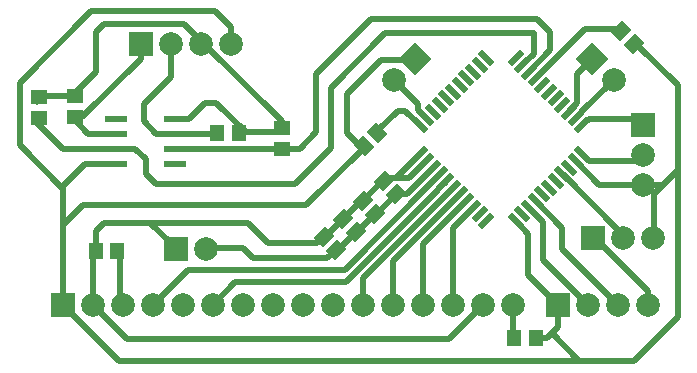
<source format=gbr>
G04 Layer_Physical_Order=1*
G04 Layer_Color=255*
%FSLAX45Y45*%
%MOMM*%
%TF.FileFunction,Copper,L1,Top,Signal*%
%TF.Part,Single*%
G01*
G75*
%TA.AperFunction,SMDPad,CuDef*%
%ADD10R,1.20000X1.40000*%
%ADD11R,1.40000X1.20000*%
G04:AMPARAMS|DCode=12|XSize=1.4mm|YSize=1.1mm|CornerRadius=0mm|HoleSize=0mm|Usage=FLASHONLY|Rotation=315.000|XOffset=0mm|YOffset=0mm|HoleType=Round|Shape=Rectangle|*
%AMROTATEDRECTD12*
4,1,4,-0.88388,0.10607,-0.10607,0.88388,0.88388,-0.10607,0.10607,-0.88388,-0.88388,0.10607,0.0*
%
%ADD12ROTATEDRECTD12*%

G04:AMPARAMS|DCode=13|XSize=1.4mm|YSize=1.1mm|CornerRadius=0mm|HoleSize=0mm|Usage=FLASHONLY|Rotation=45.000|XOffset=0mm|YOffset=0mm|HoleType=Round|Shape=Rectangle|*
%AMROTATEDRECTD13*
4,1,4,-0.10607,-0.88388,-0.88388,-0.10607,0.10607,0.88388,0.88388,0.10607,-0.10607,-0.88388,0.0*
%
%ADD13ROTATEDRECTD13*%

G04:AMPARAMS|DCode=14|XSize=1.55mm|YSize=0.55mm|CornerRadius=0mm|HoleSize=0mm|Usage=FLASHONLY|Rotation=225.000|XOffset=0mm|YOffset=0mm|HoleType=Round|Shape=Rectangle|*
%AMROTATEDRECTD14*
4,1,4,0.35355,0.74246,0.74246,0.35355,-0.35355,-0.74246,-0.74246,-0.35355,0.35355,0.74246,0.0*
%
%ADD14ROTATEDRECTD14*%

G04:AMPARAMS|DCode=15|XSize=1.55mm|YSize=0.55mm|CornerRadius=0mm|HoleSize=0mm|Usage=FLASHONLY|Rotation=135.000|XOffset=0mm|YOffset=0mm|HoleType=Round|Shape=Rectangle|*
%AMROTATEDRECTD15*
4,1,4,0.74246,-0.35355,0.35355,-0.74246,-0.74246,0.35355,-0.35355,0.74246,0.74246,-0.35355,0.0*
%
%ADD15ROTATEDRECTD15*%

%ADD16R,1.98120X0.55880*%
%TA.AperFunction,ConnectorPad*%
G04:AMPARAMS|DCode=17|XSize=1.4mm|YSize=1.1mm|CornerRadius=0mm|HoleSize=0mm|Usage=FLASHONLY|Rotation=45.000|XOffset=0mm|YOffset=0mm|HoleType=Round|Shape=Rectangle|*
%AMROTATEDRECTD17*
4,1,4,-0.10607,-0.88388,-0.88388,-0.10607,0.10607,0.88388,0.88388,0.10607,-0.10607,-0.88388,0.0*
%
%ADD17ROTATEDRECTD17*%

%TA.AperFunction,Conductor*%
%ADD18C,0.50800*%
%TA.AperFunction,ComponentPad*%
%ADD19C,2.00000*%
%ADD20R,2.00000X2.00000*%
%ADD21P,2.82843X4X270.0*%
%ADD22R,2.00000X2.00000*%
%ADD23P,2.82843X4X360.0*%
D10*
X4435002Y330000D02*
D03*
X4254998D02*
D03*
X1739998Y2065000D02*
D03*
X1920002D02*
D03*
X890102Y1066800D02*
D03*
X710098D02*
D03*
D11*
X225000Y2192503D02*
D03*
Y2372502D02*
D03*
X533400Y2195998D02*
D03*
Y2376002D02*
D03*
X2286000Y1929303D02*
D03*
Y2109302D02*
D03*
D12*
X2982265Y1953565D02*
D03*
X3088335Y2059635D02*
D03*
D13*
X2910535Y1229670D02*
D03*
X2804470Y1335735D02*
D03*
X2745435Y1077265D02*
D03*
X2639365Y1183335D02*
D03*
X3253435Y1547165D02*
D03*
X3147365Y1653235D02*
D03*
X3075635Y1382065D02*
D03*
X2969570Y1488135D02*
D03*
D14*
X4016456Y1317173D02*
D03*
X3959885Y1373739D02*
D03*
X3903320Y1430310D02*
D03*
X3846749Y1486875D02*
D03*
X3790183Y1543446D02*
D03*
X3733612Y1600012D02*
D03*
X3677046Y1656583D02*
D03*
X3620475Y1713149D02*
D03*
X3563910Y1769720D02*
D03*
X3507339Y1826285D02*
D03*
X3450773Y1882856D02*
D03*
X4263944Y2696027D02*
D03*
X4320515Y2639461D02*
D03*
X4377080Y2582890D02*
D03*
X4433651Y2526325D02*
D03*
X4490217Y2469754D02*
D03*
X4546788Y2413188D02*
D03*
X4603354Y2356617D02*
D03*
X4659925Y2300051D02*
D03*
X4716490Y2243480D02*
D03*
X4773061Y2186915D02*
D03*
X4829627Y2130344D02*
D03*
D15*
X3450773D02*
D03*
X3507339Y2186915D02*
D03*
X3563910Y2243480D02*
D03*
X3620475Y2300051D02*
D03*
X3677046Y2356617D02*
D03*
X3733612Y2413188D02*
D03*
X3790183Y2469754D02*
D03*
X3846749Y2526325D02*
D03*
X3903320Y2582890D02*
D03*
X3959885Y2639461D02*
D03*
X4016456Y2696027D02*
D03*
X4829627Y1882856D02*
D03*
X4773061Y1826285D02*
D03*
X4716490Y1769720D02*
D03*
X4659925Y1713149D02*
D03*
X4603354Y1656583D02*
D03*
X4546788Y1600012D02*
D03*
X4490217Y1543446D02*
D03*
X4433651Y1486875D02*
D03*
X4377080Y1430310D02*
D03*
X4320515Y1373739D02*
D03*
X4263944Y1317173D02*
D03*
D16*
X1376680Y2184400D02*
D03*
Y2057400D02*
D03*
Y1930400D02*
D03*
Y1803400D02*
D03*
X883920D02*
D03*
Y1930400D02*
D03*
Y2057400D02*
D03*
Y2184400D02*
D03*
D17*
X5265535Y2819470D02*
D03*
X5159470Y2925535D02*
D03*
D18*
X3700700Y322500D02*
X3987800Y609600D01*
X972900Y322500D02*
X3700700D01*
X685800Y609600D02*
X972900Y322500D01*
X4528700Y325000D02*
X4622800Y419100D01*
X4433402Y325000D02*
X4528700D01*
X5263300Y132500D02*
X5638800Y508000D01*
X4737100Y132500D02*
X5263300D01*
X4572000Y368300D02*
X4805300Y135000D01*
X906400D02*
X4805300D01*
X431800Y609600D02*
X906400Y135000D01*
X5638800Y1752600D02*
Y2466196D01*
X5294181Y2810819D02*
X5638800Y2466196D01*
X5294181Y2810819D02*
X5305000D01*
X4854827Y2947500D02*
X5127435D01*
X2283800Y2072500D02*
Y2161200D01*
X1977698Y2072500D02*
X2283800D01*
X1730198Y2320000D02*
X1977698Y2072500D01*
X1635000Y2320000D02*
X1730198D01*
X1499400Y2184400D02*
X1635000Y2320000D01*
X1376680Y2184400D02*
X1499400D01*
X2491400Y1450000D02*
X2982265Y1940865D01*
X600000Y1450000D02*
X2491400D01*
X1172500Y1302500D02*
X1345450Y1129550D01*
X1999500Y1302500D02*
X2171700Y1130300D01*
X710098Y1230798D02*
X781800Y1302500D01*
X1958000Y1090000D02*
X2044700Y1003300D01*
X1663700Y1090000D02*
X1958000D01*
X4433651Y2526325D02*
X4854827Y2947500D01*
X3162500Y2912500D02*
X4420000D01*
Y2736544D02*
Y2912500D01*
X4331040Y2647584D02*
X4420000Y2736544D01*
X1220000Y1632500D02*
X2394500D01*
X1132500Y1720000D02*
X1220000Y1632500D01*
X1132500Y1720000D02*
Y1842500D01*
X1044600Y1930400D02*
X1132500Y1842500D01*
X883920Y1930400D02*
X1044600D01*
X2394500Y1632500D02*
X2697500Y1935500D01*
X1115000Y2308800D02*
X1346200Y2540000D01*
X1115000Y2161600D02*
Y2308800D01*
Y2161600D02*
X1219200Y2057400D01*
X5346700Y1625600D02*
X5510600D01*
X5435600Y1550600D02*
X5510600Y1625600D01*
X5435600Y1231900D02*
Y1550600D01*
X5143576Y1231900D02*
X5181600D01*
X4662327Y1713149D02*
X5143576Y1231900D01*
X5384800Y609600D02*
Y725200D01*
X4927600Y1182400D02*
X5384800Y725200D01*
X4927600Y1182400D02*
Y1231900D01*
X620900Y1803400D02*
X883920D01*
X431800Y1614300D02*
X620900Y1803400D01*
X890102Y1066800D02*
X915000Y1041900D01*
Y634400D02*
Y1041900D01*
Y634400D02*
X939800Y609600D01*
X2822604Y907500D02*
X3552002Y1636898D01*
X1491700Y907500D02*
X2822604D01*
X1193800Y609600D02*
X1491700Y907500D01*
X2697500Y2447500D02*
X3162500Y2912500D01*
X2697500Y1935500D02*
Y2447500D01*
X2577500Y2069500D02*
Y2567500D01*
X2438400Y1930400D02*
X2577500Y2069500D01*
Y2567500D02*
X3040000Y3030000D01*
X4445000D01*
X4555000Y2920000D01*
Y2763223D02*
Y2920000D01*
X4374678Y2582890D02*
X4555000Y2763223D01*
X3552002Y1636898D02*
Y1642267D01*
X3618073Y1708343D01*
Y1713149D02*
X3620475D01*
X2825938Y800100D02*
X3608568Y1582730D01*
X1892300Y800100D02*
X2825938D01*
X1701800Y609600D02*
X1892300Y800100D01*
X3608568Y1582730D02*
Y1585697D01*
X3674643Y1651777D01*
Y1656583D02*
X3677046D01*
X2971800Y609600D02*
Y838200D01*
X3733612Y1600012D01*
X3225800Y609600D02*
Y979063D01*
X3790183Y1543446D01*
X3479800Y609600D02*
Y1119927D01*
X3846749Y1486875D01*
X3733800Y1260790D02*
X3903320Y1430310D01*
X3733800Y609600D02*
Y1260790D01*
X4263944Y1317173D02*
X4368800Y1212317D01*
Y863600D02*
Y1212317D01*
Y863600D02*
X4622800Y609600D01*
X4436054Y1486875D02*
X4660900Y1262029D01*
Y1079500D02*
Y1262029D01*
Y1079500D02*
X5130800Y609600D01*
X5511800Y1625600D02*
X5638800Y1752600D01*
X4659925Y1713149D02*
X4662327D01*
X4433651Y1486875D02*
X4436054D01*
X4377080Y1430310D02*
X4495800Y1311590D01*
Y990600D02*
Y1311590D01*
Y990600D02*
X4876800Y609600D01*
X4622800Y419100D02*
Y609600D01*
X5638800Y508000D02*
Y1752600D01*
X4773061Y1823883D02*
X4971344Y1625600D01*
X5346700D01*
X5295900Y2184400D02*
X5346700Y2133600D01*
X4883683Y2184400D02*
X5295900D01*
X4829627Y2130344D02*
X4883683Y2184400D01*
X5295900Y1828800D02*
X5321300Y1854200D01*
X4883683Y1828800D02*
X5295900D01*
X4829627Y1882856D02*
X4883683Y1828800D01*
X4784969Y2562469D02*
X4864100Y2641600D01*
X4784969Y2314367D02*
Y2562469D01*
X4839132Y2255388D02*
X5063769Y2480031D01*
X430703Y1930400D02*
X883920D01*
X215900Y2145203D02*
X430703Y1930400D01*
X508000Y2376002D02*
X533400D01*
X266700D02*
X508000D01*
X215900Y2325202D02*
X266700Y2376002D01*
X1600200Y2819400D02*
Y2844800D01*
X1460500Y2984500D02*
X1600200Y2844800D01*
X781456Y2984500D02*
X1460500D01*
X712399Y2915442D02*
X781456Y2984500D01*
X712399Y2580401D02*
Y2915442D01*
X1092200Y2692400D02*
Y2819400D01*
X595798Y2195998D02*
X1092200Y2692400D01*
X1346200Y2540000D02*
Y2819400D01*
X1376680Y2057400D02*
X1691559D01*
X646598D02*
X883920D01*
X1219200D02*
X1376680D01*
X710098Y1066800D02*
Y1230798D01*
X2671470Y1003300D02*
X2745435Y1077265D01*
X3634339Y1724690D02*
Y1727093D01*
X685800Y609600D02*
Y1042502D01*
X710098Y1066800D01*
X1447800Y609600D02*
X1460500D01*
X3341355Y1547165D02*
X3563910Y1769720D01*
X3253435Y1547165D02*
X3341355D01*
X3088335Y1382065D02*
X3253435Y1547165D01*
X3075635Y1382065D02*
X3088335D01*
X2923235Y1229670D02*
X3075635Y1382065D01*
X2910535Y1229670D02*
X2923235D01*
X2758135Y1077265D02*
X2910535Y1229670D01*
X2745435Y1077265D02*
X2758135D01*
X2652065Y1183335D02*
X2804470Y1335735D01*
X2956865Y1488135D01*
X2969570D01*
X3134670Y1653235D01*
X3147365D01*
X3254268Y1686357D02*
X3450773Y1882856D01*
X3147365Y1653235D02*
X3162300D01*
Y1686357D02*
X3254268D01*
X3502685Y1826285D02*
X3507339D01*
X3254268Y1686357D02*
X3362757D01*
X3502685Y1826285D01*
X4773061Y1823883D02*
Y1826285D01*
X4716490Y2243480D02*
Y2245883D01*
X4784969Y2314367D01*
X4773061Y2186915D02*
X4775464D01*
Y2191720D02*
X4839132Y2255388D01*
X2044700Y1003300D02*
X2671470D01*
X3507339Y2186915D02*
Y2189317D01*
X2834848Y2390348D02*
X3124200Y2679700D01*
X3403600D01*
X2834848Y2067352D02*
Y2390348D01*
Y2067352D02*
X2961335Y1940865D01*
X3438865Y2257796D02*
X3507339Y2189317D01*
X3438865Y2257796D02*
Y2310628D01*
X3236697Y2512797D02*
X3438865Y2310628D01*
X3327684Y2253432D02*
X3450773Y2130344D01*
X3269432Y2253432D02*
X3327684D01*
X3101035Y2085035D02*
X3269432Y2253432D01*
X4326235Y2645181D02*
Y2647584D01*
X4331040D01*
X4374678Y2582890D02*
X4377080D01*
X2286000Y1929303D02*
X2287097Y1930400D01*
X2298700D01*
X2355200D02*
X2438400D01*
X3162300Y1653235D02*
Y1686357D01*
X508000Y2376002D02*
X712399Y2580401D01*
X4775464Y2186915D02*
Y2191720D01*
X4864100Y2641600D02*
X4927600D01*
X4374678Y2578085D02*
Y2582890D01*
X1376680Y1930400D02*
X2287097D01*
X3618073Y1708343D02*
Y1713149D01*
X508000Y2195998D02*
X595798D01*
X508000D02*
X646598Y2057400D01*
X3674643Y1651777D02*
Y1656583D01*
X2171700Y1130300D02*
X2586330D01*
X2639365Y1183335D01*
X4241800Y312500D02*
Y609600D01*
X2961335Y1940865D02*
X2982265D01*
X3378200Y2654300D02*
X3403600Y2679700D01*
X3416300Y2692400D01*
X431800Y1281800D02*
Y1591600D01*
Y609600D02*
Y1281800D01*
Y1591600D02*
Y1614300D01*
X430000Y1280000D02*
X431800Y1281800D01*
X600000Y1450000D01*
X65000Y1958400D02*
X431800Y1591600D01*
X65000Y1958400D02*
Y2485000D01*
X672500Y3092500D01*
X1723087D01*
X1854200Y2819400D02*
Y2961387D01*
X1723087Y3092500D02*
X1854200Y2961387D01*
X781800Y1302500D02*
X1172500D01*
X1999500D01*
X1600200Y2844800D02*
X2283800Y2161200D01*
D19*
X5384800Y609600D02*
D03*
X5130800D02*
D03*
X4876800D02*
D03*
X5176500Y1177500D02*
D03*
X5430500D02*
D03*
X1646500Y1082500D02*
D03*
X3236697Y2512797D02*
D03*
X685800Y609600D02*
D03*
X939800D02*
D03*
X1193800D02*
D03*
X1447800D02*
D03*
X1701800D02*
D03*
X1955800D02*
D03*
X2209800D02*
D03*
X2463800D02*
D03*
X2717800D02*
D03*
X2971800D02*
D03*
X3225800D02*
D03*
X3479800D02*
D03*
X3733800D02*
D03*
X3987800D02*
D03*
X4241800D02*
D03*
X5346700Y1879600D02*
D03*
Y1625600D02*
D03*
X1854200Y2819400D02*
D03*
X1600200D02*
D03*
X1346200D02*
D03*
X5094503Y2512797D02*
D03*
D20*
X4622800Y609600D02*
D03*
X4922500Y1177500D02*
D03*
X1392500Y1082500D02*
D03*
X431800Y609600D02*
D03*
X1092200Y2819400D02*
D03*
D21*
X3416300Y2692400D02*
D03*
D22*
X5346700Y2133600D02*
D03*
D23*
X4914900Y2692400D02*
D03*
%TF.MD5,2E2CBACBB9F4DB9314BF21FFF26AFD15*%
M02*

</source>
